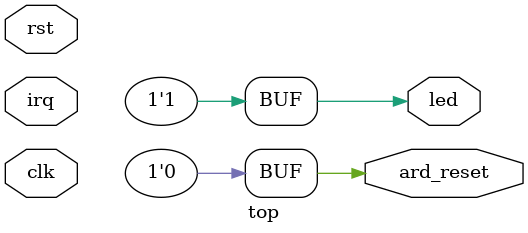
<source format=v>
`timescale 1ns / 1ps


module top(
    input irq,
    input rst,
    input clk,
    //output [7:0] portA_out,    
    output ard_reset,
    output led
);

wire [7:0] A_out;
 
assign ard_reset = 0;

//assign led = A_out[0];
assign led = 1;

bamse bamse1(.irq(irq),
          .rst(rst),
          .clk(clk), 
          .portA_out(A_out)
          );
          

    
    
endmodule

</source>
